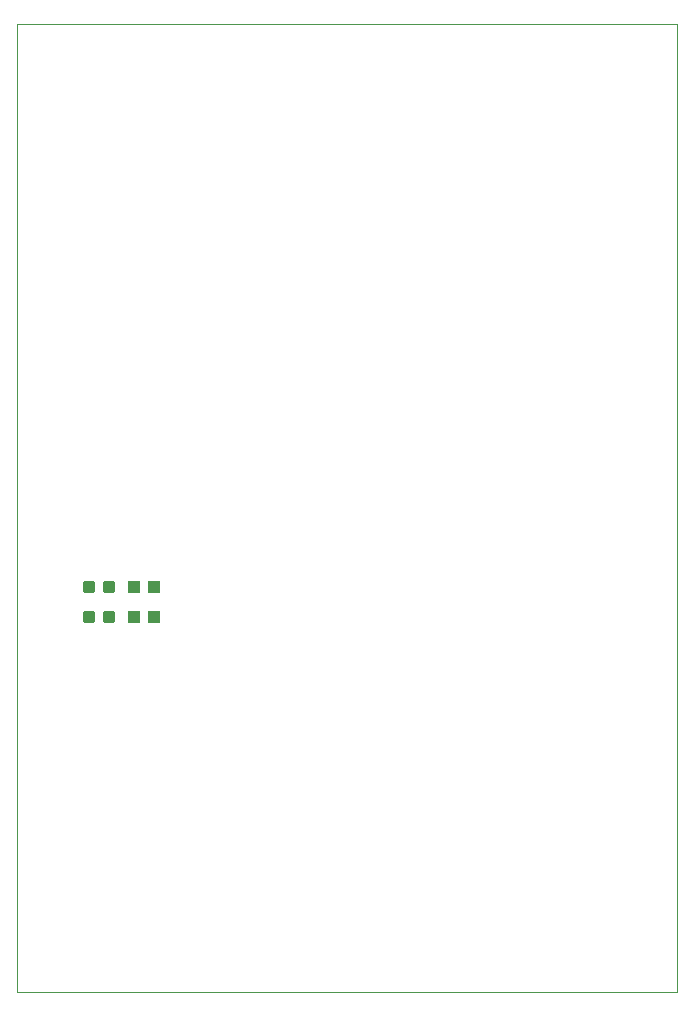
<source format=gtp>
G75*
%MOIN*%
%OFA0B0*%
%FSLAX24Y24*%
%IPPOS*%
%LPD*%
%AMOC8*
5,1,8,0,0,1.08239X$1,22.5*
%
%ADD10C,0.0000*%
%ADD11C,0.0118*%
%ADD12R,0.0433X0.0394*%
D10*
X000100Y000100D02*
X000100Y032350D01*
X022100Y032350D01*
X022100Y000100D01*
X000100Y000100D01*
D11*
X002643Y012462D02*
X002643Y012738D01*
X002643Y012462D02*
X002367Y012462D01*
X002367Y012738D01*
X002643Y012738D01*
X002643Y012579D02*
X002367Y012579D01*
X002367Y012696D02*
X002643Y012696D01*
X002643Y013462D02*
X002643Y013738D01*
X002643Y013462D02*
X002367Y013462D01*
X002367Y013738D01*
X002643Y013738D01*
X002643Y013579D02*
X002367Y013579D01*
X002367Y013696D02*
X002643Y013696D01*
X003333Y013738D02*
X003333Y013462D01*
X003057Y013462D01*
X003057Y013738D01*
X003333Y013738D01*
X003333Y013579D02*
X003057Y013579D01*
X003057Y013696D02*
X003333Y013696D01*
X003333Y012738D02*
X003333Y012462D01*
X003057Y012462D01*
X003057Y012738D01*
X003333Y012738D01*
X003333Y012579D02*
X003057Y012579D01*
X003057Y012696D02*
X003333Y012696D01*
D12*
X004015Y012600D03*
X004685Y012600D03*
X004685Y013600D03*
X004015Y013600D03*
M02*

</source>
